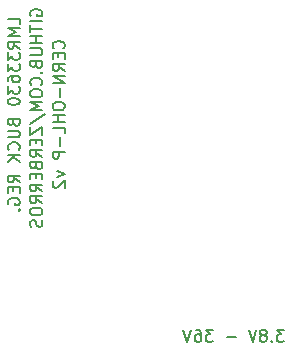
<source format=gbr>
%TF.GenerationSoftware,KiCad,Pcbnew,(5.99.0-10209-gdc0cf3b802)*%
%TF.CreationDate,2021-04-10T19:11:07+02:00*%
%TF.ProjectId,BUCK_LMR33630,4255434b-5f4c-44d5-9233-333633302e6b,rev?*%
%TF.SameCoordinates,Original*%
%TF.FileFunction,Legend,Bot*%
%TF.FilePolarity,Positive*%
%FSLAX46Y46*%
G04 Gerber Fmt 4.6, Leading zero omitted, Abs format (unit mm)*
G04 Created by KiCad (PCBNEW (5.99.0-10209-gdc0cf3b802)) date 2021-04-10 19:11:07*
%MOMM*%
%LPD*%
G01*
G04 APERTURE LIST*
%ADD10C,0.150000*%
G04 APERTURE END LIST*
D10*
X105657142Y-74404761D02*
X105704761Y-74357142D01*
X105752380Y-74214285D01*
X105752380Y-74119047D01*
X105704761Y-73976190D01*
X105609523Y-73880952D01*
X105514285Y-73833333D01*
X105323809Y-73785714D01*
X105180952Y-73785714D01*
X104990476Y-73833333D01*
X104895238Y-73880952D01*
X104800000Y-73976190D01*
X104752380Y-74119047D01*
X104752380Y-74214285D01*
X104800000Y-74357142D01*
X104847619Y-74404761D01*
X105228571Y-74833333D02*
X105228571Y-75166666D01*
X105752380Y-75309523D02*
X105752380Y-74833333D01*
X104752380Y-74833333D01*
X104752380Y-75309523D01*
X105752380Y-76309523D02*
X105276190Y-75976190D01*
X105752380Y-75738095D02*
X104752380Y-75738095D01*
X104752380Y-76119047D01*
X104800000Y-76214285D01*
X104847619Y-76261904D01*
X104942857Y-76309523D01*
X105085714Y-76309523D01*
X105180952Y-76261904D01*
X105228571Y-76214285D01*
X105276190Y-76119047D01*
X105276190Y-75738095D01*
X105752380Y-76738095D02*
X104752380Y-76738095D01*
X105752380Y-77309523D01*
X104752380Y-77309523D01*
X105371428Y-77785714D02*
X105371428Y-78547619D01*
X104752380Y-79214285D02*
X104752380Y-79404761D01*
X104800000Y-79500000D01*
X104895238Y-79595238D01*
X105085714Y-79642857D01*
X105419047Y-79642857D01*
X105609523Y-79595238D01*
X105704761Y-79500000D01*
X105752380Y-79404761D01*
X105752380Y-79214285D01*
X105704761Y-79119047D01*
X105609523Y-79023809D01*
X105419047Y-78976190D01*
X105085714Y-78976190D01*
X104895238Y-79023809D01*
X104800000Y-79119047D01*
X104752380Y-79214285D01*
X105752380Y-80071428D02*
X104752380Y-80071428D01*
X105228571Y-80071428D02*
X105228571Y-80642857D01*
X105752380Y-80642857D02*
X104752380Y-80642857D01*
X105752380Y-81595238D02*
X105752380Y-81119047D01*
X104752380Y-81119047D01*
X105371428Y-81928571D02*
X105371428Y-82690476D01*
X105752380Y-83166666D02*
X104752380Y-83166666D01*
X104752380Y-83547619D01*
X104800000Y-83642857D01*
X104847619Y-83690476D01*
X104942857Y-83738095D01*
X105085714Y-83738095D01*
X105180952Y-83690476D01*
X105228571Y-83642857D01*
X105276190Y-83547619D01*
X105276190Y-83166666D01*
X105085714Y-84833333D02*
X105752380Y-85071428D01*
X105085714Y-85309523D01*
X104847619Y-85642857D02*
X104800000Y-85690476D01*
X104752380Y-85785714D01*
X104752380Y-86023809D01*
X104800000Y-86119047D01*
X104847619Y-86166666D01*
X104942857Y-86214285D01*
X105038095Y-86214285D01*
X105180952Y-86166666D01*
X105752380Y-85595238D01*
X105752380Y-86214285D01*
X102900000Y-71657142D02*
X102852380Y-71561904D01*
X102852380Y-71419047D01*
X102900000Y-71276190D01*
X102995238Y-71180952D01*
X103090476Y-71133333D01*
X103280952Y-71085714D01*
X103423809Y-71085714D01*
X103614285Y-71133333D01*
X103709523Y-71180952D01*
X103804761Y-71276190D01*
X103852380Y-71419047D01*
X103852380Y-71514285D01*
X103804761Y-71657142D01*
X103757142Y-71704761D01*
X103423809Y-71704761D01*
X103423809Y-71514285D01*
X103852380Y-72133333D02*
X102852380Y-72133333D01*
X102852380Y-72466666D02*
X102852380Y-73038095D01*
X103852380Y-72752380D02*
X102852380Y-72752380D01*
X103852380Y-73371428D02*
X102852380Y-73371428D01*
X103328571Y-73371428D02*
X103328571Y-73942857D01*
X103852380Y-73942857D02*
X102852380Y-73942857D01*
X102852380Y-74419047D02*
X103661904Y-74419047D01*
X103757142Y-74466666D01*
X103804761Y-74514285D01*
X103852380Y-74609523D01*
X103852380Y-74800000D01*
X103804761Y-74895238D01*
X103757142Y-74942857D01*
X103661904Y-74990476D01*
X102852380Y-74990476D01*
X103328571Y-75800000D02*
X103376190Y-75942857D01*
X103423809Y-75990476D01*
X103519047Y-76038095D01*
X103661904Y-76038095D01*
X103757142Y-75990476D01*
X103804761Y-75942857D01*
X103852380Y-75847619D01*
X103852380Y-75466666D01*
X102852380Y-75466666D01*
X102852380Y-75800000D01*
X102900000Y-75895238D01*
X102947619Y-75942857D01*
X103042857Y-75990476D01*
X103138095Y-75990476D01*
X103233333Y-75942857D01*
X103280952Y-75895238D01*
X103328571Y-75800000D01*
X103328571Y-75466666D01*
X103757142Y-76466666D02*
X103804761Y-76514285D01*
X103852380Y-76466666D01*
X103804761Y-76419047D01*
X103757142Y-76466666D01*
X103852380Y-76466666D01*
X103757142Y-77514285D02*
X103804761Y-77466666D01*
X103852380Y-77323809D01*
X103852380Y-77228571D01*
X103804761Y-77085714D01*
X103709523Y-76990476D01*
X103614285Y-76942857D01*
X103423809Y-76895238D01*
X103280952Y-76895238D01*
X103090476Y-76942857D01*
X102995238Y-76990476D01*
X102900000Y-77085714D01*
X102852380Y-77228571D01*
X102852380Y-77323809D01*
X102900000Y-77466666D01*
X102947619Y-77514285D01*
X102852380Y-78133333D02*
X102852380Y-78323809D01*
X102900000Y-78419047D01*
X102995238Y-78514285D01*
X103185714Y-78561904D01*
X103519047Y-78561904D01*
X103709523Y-78514285D01*
X103804761Y-78419047D01*
X103852380Y-78323809D01*
X103852380Y-78133333D01*
X103804761Y-78038095D01*
X103709523Y-77942857D01*
X103519047Y-77895238D01*
X103185714Y-77895238D01*
X102995238Y-77942857D01*
X102900000Y-78038095D01*
X102852380Y-78133333D01*
X103852380Y-78990476D02*
X102852380Y-78990476D01*
X103566666Y-79323809D01*
X102852380Y-79657142D01*
X103852380Y-79657142D01*
X102804761Y-80847619D02*
X104090476Y-79990476D01*
X102852380Y-81085714D02*
X102852380Y-81752380D01*
X103852380Y-81085714D01*
X103852380Y-81752380D01*
X103328571Y-82133333D02*
X103328571Y-82466666D01*
X103852380Y-82609523D02*
X103852380Y-82133333D01*
X102852380Y-82133333D01*
X102852380Y-82609523D01*
X103852380Y-83609523D02*
X103376190Y-83276190D01*
X103852380Y-83038095D02*
X102852380Y-83038095D01*
X102852380Y-83419047D01*
X102900000Y-83514285D01*
X102947619Y-83561904D01*
X103042857Y-83609523D01*
X103185714Y-83609523D01*
X103280952Y-83561904D01*
X103328571Y-83514285D01*
X103376190Y-83419047D01*
X103376190Y-83038095D01*
X103328571Y-84371428D02*
X103376190Y-84514285D01*
X103423809Y-84561904D01*
X103519047Y-84609523D01*
X103661904Y-84609523D01*
X103757142Y-84561904D01*
X103804761Y-84514285D01*
X103852380Y-84419047D01*
X103852380Y-84038095D01*
X102852380Y-84038095D01*
X102852380Y-84371428D01*
X102900000Y-84466666D01*
X102947619Y-84514285D01*
X103042857Y-84561904D01*
X103138095Y-84561904D01*
X103233333Y-84514285D01*
X103280952Y-84466666D01*
X103328571Y-84371428D01*
X103328571Y-84038095D01*
X103328571Y-85038095D02*
X103328571Y-85371428D01*
X103852380Y-85514285D02*
X103852380Y-85038095D01*
X102852380Y-85038095D01*
X102852380Y-85514285D01*
X103852380Y-86514285D02*
X103376190Y-86180952D01*
X103852380Y-85942857D02*
X102852380Y-85942857D01*
X102852380Y-86323809D01*
X102900000Y-86419047D01*
X102947619Y-86466666D01*
X103042857Y-86514285D01*
X103185714Y-86514285D01*
X103280952Y-86466666D01*
X103328571Y-86419047D01*
X103376190Y-86323809D01*
X103376190Y-85942857D01*
X103852380Y-87514285D02*
X103376190Y-87180952D01*
X103852380Y-86942857D02*
X102852380Y-86942857D01*
X102852380Y-87323809D01*
X102900000Y-87419047D01*
X102947619Y-87466666D01*
X103042857Y-87514285D01*
X103185714Y-87514285D01*
X103280952Y-87466666D01*
X103328571Y-87419047D01*
X103376190Y-87323809D01*
X103376190Y-86942857D01*
X102852380Y-88133333D02*
X102852380Y-88323809D01*
X102900000Y-88419047D01*
X102995238Y-88514285D01*
X103185714Y-88561904D01*
X103519047Y-88561904D01*
X103709523Y-88514285D01*
X103804761Y-88419047D01*
X103852380Y-88323809D01*
X103852380Y-88133333D01*
X103804761Y-88038095D01*
X103709523Y-87942857D01*
X103519047Y-87895238D01*
X103185714Y-87895238D01*
X102995238Y-87942857D01*
X102900000Y-88038095D01*
X102852380Y-88133333D01*
X103804761Y-88942857D02*
X103852380Y-89085714D01*
X103852380Y-89323809D01*
X103804761Y-89419047D01*
X103757142Y-89466666D01*
X103661904Y-89514285D01*
X103566666Y-89514285D01*
X103471428Y-89466666D01*
X103423809Y-89419047D01*
X103376190Y-89323809D01*
X103328571Y-89133333D01*
X103280952Y-89038095D01*
X103233333Y-88990476D01*
X103138095Y-88942857D01*
X103042857Y-88942857D01*
X102947619Y-88990476D01*
X102900000Y-89038095D01*
X102852380Y-89133333D01*
X102852380Y-89371428D01*
X102900000Y-89514285D01*
X101952380Y-72380952D02*
X101952380Y-71904761D01*
X100952380Y-71904761D01*
X101952380Y-72714285D02*
X100952380Y-72714285D01*
X101666666Y-73047619D01*
X100952380Y-73380952D01*
X101952380Y-73380952D01*
X101952380Y-74428571D02*
X101476190Y-74095238D01*
X101952380Y-73857142D02*
X100952380Y-73857142D01*
X100952380Y-74238095D01*
X101000000Y-74333333D01*
X101047619Y-74380952D01*
X101142857Y-74428571D01*
X101285714Y-74428571D01*
X101380952Y-74380952D01*
X101428571Y-74333333D01*
X101476190Y-74238095D01*
X101476190Y-73857142D01*
X100952380Y-74761904D02*
X100952380Y-75380952D01*
X101333333Y-75047619D01*
X101333333Y-75190476D01*
X101380952Y-75285714D01*
X101428571Y-75333333D01*
X101523809Y-75380952D01*
X101761904Y-75380952D01*
X101857142Y-75333333D01*
X101904761Y-75285714D01*
X101952380Y-75190476D01*
X101952380Y-74904761D01*
X101904761Y-74809523D01*
X101857142Y-74761904D01*
X100952380Y-75714285D02*
X100952380Y-76333333D01*
X101333333Y-76000000D01*
X101333333Y-76142857D01*
X101380952Y-76238095D01*
X101428571Y-76285714D01*
X101523809Y-76333333D01*
X101761904Y-76333333D01*
X101857142Y-76285714D01*
X101904761Y-76238095D01*
X101952380Y-76142857D01*
X101952380Y-75857142D01*
X101904761Y-75761904D01*
X101857142Y-75714285D01*
X100952380Y-77190476D02*
X100952380Y-77000000D01*
X101000000Y-76904761D01*
X101047619Y-76857142D01*
X101190476Y-76761904D01*
X101380952Y-76714285D01*
X101761904Y-76714285D01*
X101857142Y-76761904D01*
X101904761Y-76809523D01*
X101952380Y-76904761D01*
X101952380Y-77095238D01*
X101904761Y-77190476D01*
X101857142Y-77238095D01*
X101761904Y-77285714D01*
X101523809Y-77285714D01*
X101428571Y-77238095D01*
X101380952Y-77190476D01*
X101333333Y-77095238D01*
X101333333Y-76904761D01*
X101380952Y-76809523D01*
X101428571Y-76761904D01*
X101523809Y-76714285D01*
X100952380Y-77619047D02*
X100952380Y-78238095D01*
X101333333Y-77904761D01*
X101333333Y-78047619D01*
X101380952Y-78142857D01*
X101428571Y-78190476D01*
X101523809Y-78238095D01*
X101761904Y-78238095D01*
X101857142Y-78190476D01*
X101904761Y-78142857D01*
X101952380Y-78047619D01*
X101952380Y-77761904D01*
X101904761Y-77666666D01*
X101857142Y-77619047D01*
X100952380Y-78857142D02*
X100952380Y-78952380D01*
X101000000Y-79047619D01*
X101047619Y-79095238D01*
X101142857Y-79142857D01*
X101333333Y-79190476D01*
X101571428Y-79190476D01*
X101761904Y-79142857D01*
X101857142Y-79095238D01*
X101904761Y-79047619D01*
X101952380Y-78952380D01*
X101952380Y-78857142D01*
X101904761Y-78761904D01*
X101857142Y-78714285D01*
X101761904Y-78666666D01*
X101571428Y-78619047D01*
X101333333Y-78619047D01*
X101142857Y-78666666D01*
X101047619Y-78714285D01*
X101000000Y-78761904D01*
X100952380Y-78857142D01*
X101428571Y-80714285D02*
X101476190Y-80857142D01*
X101523809Y-80904761D01*
X101619047Y-80952380D01*
X101761904Y-80952380D01*
X101857142Y-80904761D01*
X101904761Y-80857142D01*
X101952380Y-80761904D01*
X101952380Y-80380952D01*
X100952380Y-80380952D01*
X100952380Y-80714285D01*
X101000000Y-80809523D01*
X101047619Y-80857142D01*
X101142857Y-80904761D01*
X101238095Y-80904761D01*
X101333333Y-80857142D01*
X101380952Y-80809523D01*
X101428571Y-80714285D01*
X101428571Y-80380952D01*
X100952380Y-81380952D02*
X101761904Y-81380952D01*
X101857142Y-81428571D01*
X101904761Y-81476190D01*
X101952380Y-81571428D01*
X101952380Y-81761904D01*
X101904761Y-81857142D01*
X101857142Y-81904761D01*
X101761904Y-81952380D01*
X100952380Y-81952380D01*
X101857142Y-83000000D02*
X101904761Y-82952380D01*
X101952380Y-82809523D01*
X101952380Y-82714285D01*
X101904761Y-82571428D01*
X101809523Y-82476190D01*
X101714285Y-82428571D01*
X101523809Y-82380952D01*
X101380952Y-82380952D01*
X101190476Y-82428571D01*
X101095238Y-82476190D01*
X101000000Y-82571428D01*
X100952380Y-82714285D01*
X100952380Y-82809523D01*
X101000000Y-82952380D01*
X101047619Y-83000000D01*
X101952380Y-83428571D02*
X100952380Y-83428571D01*
X101952380Y-84000000D02*
X101380952Y-83571428D01*
X100952380Y-84000000D02*
X101523809Y-83428571D01*
X101952380Y-85761904D02*
X101476190Y-85428571D01*
X101952380Y-85190476D02*
X100952380Y-85190476D01*
X100952380Y-85571428D01*
X101000000Y-85666666D01*
X101047619Y-85714285D01*
X101142857Y-85761904D01*
X101285714Y-85761904D01*
X101380952Y-85714285D01*
X101428571Y-85666666D01*
X101476190Y-85571428D01*
X101476190Y-85190476D01*
X101428571Y-86190476D02*
X101428571Y-86523809D01*
X101952380Y-86666666D02*
X101952380Y-86190476D01*
X100952380Y-86190476D01*
X100952380Y-86666666D01*
X101000000Y-87619047D02*
X100952380Y-87523809D01*
X100952380Y-87380952D01*
X101000000Y-87238095D01*
X101095238Y-87142857D01*
X101190476Y-87095238D01*
X101380952Y-87047619D01*
X101523809Y-87047619D01*
X101714285Y-87095238D01*
X101809523Y-87142857D01*
X101904761Y-87238095D01*
X101952380Y-87380952D01*
X101952380Y-87476190D01*
X101904761Y-87619047D01*
X101857142Y-87666666D01*
X101523809Y-87666666D01*
X101523809Y-87476190D01*
X101857142Y-88095238D02*
X101904761Y-88142857D01*
X101952380Y-88095238D01*
X101904761Y-88047619D01*
X101857142Y-88095238D01*
X101952380Y-88095238D01*
X124338095Y-98252380D02*
X123719047Y-98252380D01*
X124052380Y-98633333D01*
X123909523Y-98633333D01*
X123814285Y-98680952D01*
X123766666Y-98728571D01*
X123719047Y-98823809D01*
X123719047Y-99061904D01*
X123766666Y-99157142D01*
X123814285Y-99204761D01*
X123909523Y-99252380D01*
X124195238Y-99252380D01*
X124290476Y-99204761D01*
X124338095Y-99157142D01*
X123290476Y-99157142D02*
X123242857Y-99204761D01*
X123290476Y-99252380D01*
X123338095Y-99204761D01*
X123290476Y-99157142D01*
X123290476Y-99252380D01*
X122671428Y-98680952D02*
X122766666Y-98633333D01*
X122814285Y-98585714D01*
X122861904Y-98490476D01*
X122861904Y-98442857D01*
X122814285Y-98347619D01*
X122766666Y-98300000D01*
X122671428Y-98252380D01*
X122480952Y-98252380D01*
X122385714Y-98300000D01*
X122338095Y-98347619D01*
X122290476Y-98442857D01*
X122290476Y-98490476D01*
X122338095Y-98585714D01*
X122385714Y-98633333D01*
X122480952Y-98680952D01*
X122671428Y-98680952D01*
X122766666Y-98728571D01*
X122814285Y-98776190D01*
X122861904Y-98871428D01*
X122861904Y-99061904D01*
X122814285Y-99157142D01*
X122766666Y-99204761D01*
X122671428Y-99252380D01*
X122480952Y-99252380D01*
X122385714Y-99204761D01*
X122338095Y-99157142D01*
X122290476Y-99061904D01*
X122290476Y-98871428D01*
X122338095Y-98776190D01*
X122385714Y-98728571D01*
X122480952Y-98680952D01*
X122004761Y-98252380D02*
X121671428Y-99252380D01*
X121338095Y-98252380D01*
X120242857Y-98871428D02*
X119480952Y-98871428D01*
X118338095Y-98252380D02*
X117719047Y-98252380D01*
X118052380Y-98633333D01*
X117909523Y-98633333D01*
X117814285Y-98680952D01*
X117766666Y-98728571D01*
X117719047Y-98823809D01*
X117719047Y-99061904D01*
X117766666Y-99157142D01*
X117814285Y-99204761D01*
X117909523Y-99252380D01*
X118195238Y-99252380D01*
X118290476Y-99204761D01*
X118338095Y-99157142D01*
X116861904Y-98252380D02*
X117052380Y-98252380D01*
X117147619Y-98300000D01*
X117195238Y-98347619D01*
X117290476Y-98490476D01*
X117338095Y-98680952D01*
X117338095Y-99061904D01*
X117290476Y-99157142D01*
X117242857Y-99204761D01*
X117147619Y-99252380D01*
X116957142Y-99252380D01*
X116861904Y-99204761D01*
X116814285Y-99157142D01*
X116766666Y-99061904D01*
X116766666Y-98823809D01*
X116814285Y-98728571D01*
X116861904Y-98680952D01*
X116957142Y-98633333D01*
X117147619Y-98633333D01*
X117242857Y-98680952D01*
X117290476Y-98728571D01*
X117338095Y-98823809D01*
X116480952Y-98252380D02*
X116147619Y-99252380D01*
X115814285Y-98252380D01*
M02*

</source>
